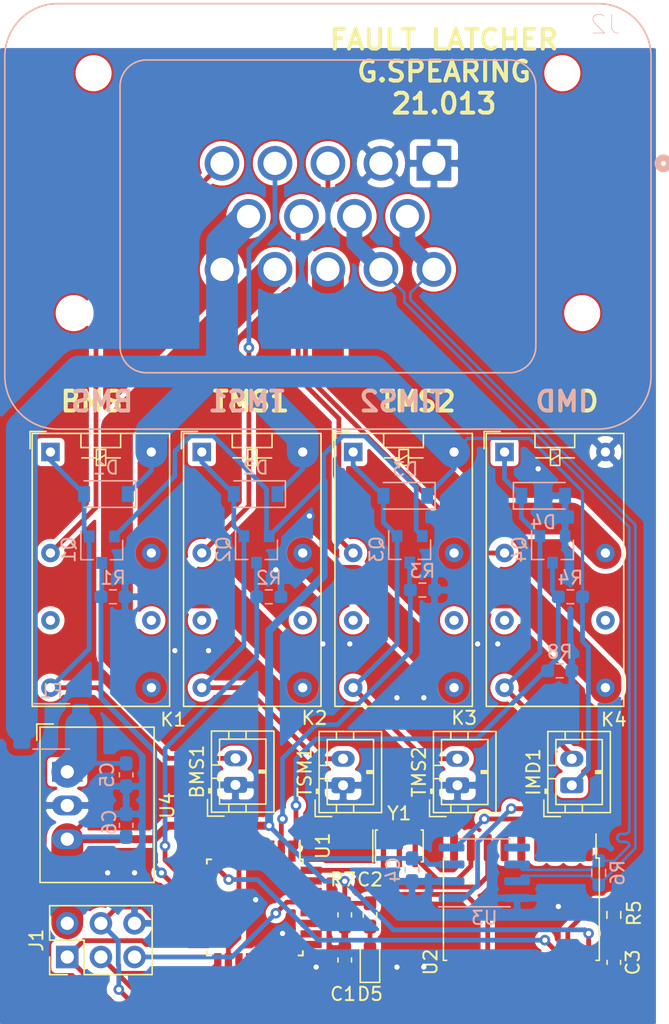
<source format=kicad_pcb>
(kicad_pcb (version 20171130) (host pcbnew 5.1.7-a382d34a8~88~ubuntu18.04.1)
  (layers (0 F.Cu signal) (31 B.Cu signal) (34 B.Paste user) (35 F.Paste user) (36 B.SilkS user) (37 F.SilkS user) (38 B.Mask user) (39 F.Mask user) (44 Edge.Cuts user))
  (net 0 "")
  (net 1 GND)
  (net 2 "Net-(C1-Pad1)")
  (net 3 +5V)
  (net 4 +12V)
  (net 5 "Net-(D2-Pad2)")
  (net 6 "Net-(D3-Pad2)")
  (net 7 "Net-(D4-Pad1)")
  (net 8 /RESET)
  (net 9 /MOSI)
  (net 10 /SCK)
  (net 11 /MISO)
  (net 12 /IMD_FAULT)
  (net 13 /TMS1_FAULT)
  (net 14 /BMS_FAULT)
  (net 15 /LOOP_OUT)
  (net 16 /LOOP_IN)
  (net 17 "Net-(K1-Pad13)")
  (net 18 "Net-(K2-Pad13)")
  (net 19 "Net-(K3-Pad13)")
  (net 20 /BMS_IND)
  (net 21 /TMS1_IND)
  (net 22 /TMS2_IND)
  (net 23 /IMD_IND)
  (net 24 "Net-(R5-Pad2)")
  (net 25 /CAN_INT)
  (net 26 /CAN_CS)
  (net 27 "Net-(U2-Pad8)")
  (net 28 "Net-(U2-Pad7)")
  (net 29 /RXCAN)
  (net 30 /TXCAN)
  (net 31 /TMS2_FAULT)
  (net 32 "Net-(C5-Pad1)")
  (net 33 "Net-(D5-Pad2)")
  (net 34 /CAN+)
  (net 35 /CAN-)
  (net 36 "Net-(BMS1-Pad2)")
  (module Resistor_SMD:R_0603_1608Metric_Pad0.98x0.95mm_HandSolder (layer B.Cu) (at 164.1875 119.38 180)
    (fp_text reference R8 (at 0 1.43) (layer B.SilkS) (effects (justify mirror)))
    (fp_text value 4.7k)
    (pad 2 smd roundrect (at 0.9125 0 180) (size 0.975 0.95) (layers B.Cu B.Paste B.Mask) (net 23 /IMD_IND))
    (pad 1 smd roundrect (at -0.9125 0 180) (size 0.975 0.95) (layers B.Cu B.Paste B.Mask) (net 1 GND))
  )
  (module AERO_CUSTOM:TE_1-776262-1_14pin_Vertical (layer B.Cu) (at 146.685 85.09 180)
    (fp_text reference J2 (at -20.955 14.478) (layer B.SilkS) (effects (font (size 1.40128 1.40128) (thickness 0.05)) (justify mirror)))
    (fp_text value Conn_01x14 hide)
    (pad Hole np_thru_hole circle (at 19.2 -7.3 180) (size 2 2) (drill 2) (layers *.Cu *.Mask B.SilkS))
    (pad Hole np_thru_hole circle (at -19.2 -7.3 180) (size 2 2) (drill 2) (layers *.Cu *.Mask B.SilkS))
    (pad Hole np_thru_hole circle (at 17.7 10.8 180) (size 2 2) (drill 2) (layers *.Cu *.Mask B.SilkS))
    (pad Hole np_thru_hole circle (at -17.7 10.8 180) (size 2 2) (drill 2) (layers *.Cu *.Mask B.SilkS))
    (pad 14 thru_hole circle (at 8 -4 180) (size 2.625 2.625) (drill 1.75) (layers *.Cu *.Mask) (net 4 +12V))
    (pad 13 thru_hole circle (at 4 -4 180) (size 2.625 2.625) (drill 1.75) (layers *.Cu *.Mask) (net 16 /LOOP_IN))
    (pad 12 thru_hole circle (at 0 -4 180) (size 2.625 2.625) (drill 1.75) (layers *.Cu *.Mask) (net 15 /LOOP_OUT))
    (pad 11 thru_hole circle (at -4 -4 180) (size 2.625 2.625) (drill 1.75) (layers *.Cu *.Mask) (net 35 /CAN-))
    (pad 10 thru_hole circle (at -8 -4 180) (size 2.625 2.625) (drill 1.75) (layers *.Cu *.Mask) (net 34 /CAN+))
    (pad 9 thru_hole circle (at 6 0 180) (size 2.625 2.625) (drill 1.75) (layers *.Cu *.Mask) (net 4 +12V))
    (pad 8 thru_hole circle (at 2 0 180) (size 2.625 2.625) (drill 1.75) (layers *.Cu *.Mask) (net 31 /TMS2_FAULT))
    (pad 7 thru_hole circle (at -2 0 180) (size 2.625 2.625) (drill 1.75) (layers *.Cu *.Mask) (net 35 /CAN-))
    (pad 6 thru_hole circle (at -6 0 180) (size 2.625 2.625) (drill 1.75) (layers *.Cu *.Mask) (net 34 /CAN+))
    (pad 5 thru_hole circle (at 8 4 180) (size 2.625 2.625) (drill 1.75) (layers *.Cu *.Mask) (net 14 /BMS_FAULT))
    (pad 4 thru_hole circle (at 4 4 180) (size 2.625 2.625) (drill 1.75) (layers *.Cu *.Mask) (net 13 /TMS1_FAULT))
    (pad 3 thru_hole circle (at 0 4 180) (size 2.625 2.625) (drill 1.75) (layers *.Cu *.Mask) (net 12 /IMD_FAULT))
    (pad 2 thru_hole circle (at -4 4 180) (size 2.625 2.625) (drill 1.75) (layers *.Cu *.Mask) (net 1 GND))
    (pad 1 thru_hole rect (at -8 4 180) (size 2.625 2.625) (drill 1.75) (layers *.Cu *.Mask) (net 1 GND))
  )
  (module Relay_THT:Relay_DPDT_Omron_G5V-2 (layer F.Cu) (at 160.02 102.87)
    (fp_text reference K4 (at 8.255 20.193) (layer F.SilkS))
    (fp_text value G5V-2)
    (pad 13 thru_hole circle (at 7.62 7.62) (size 1.4 1.4) (drill 0.7) (layers *.Cu *.Mask) (net 15 /LOOP_OUT))
    (pad 9 thru_hole circle (at 7.62 17.78) (size 1.4 1.4) (drill 0.7) (layers *.Cu *.Mask) (net 19 "Net-(K3-Pad13)"))
    (pad 11 thru_hole circle (at 7.62 12.7) (size 1.4 1.4) (drill 0.7) (layers *.Cu *.Mask))
    (pad 4 thru_hole circle (at 0 7.62) (size 1.4 1.4) (drill 0.7) (layers *.Cu *.Mask) (net 12 /IMD_FAULT))
    (pad 8 thru_hole circle (at 0 17.78) (size 1.4 1.4) (drill 0.7) (layers *.Cu *.Mask) (net 7 "Net-(D4-Pad1)"))
    (pad 6 thru_hole circle (at 0 12.7) (size 1.4 1.4) (drill 0.7) (layers *.Cu *.Mask))
    (pad 16 thru_hole circle (at 7.62 0) (size 1.4 1.4) (drill 0.7) (layers *.Cu *.Mask) (net 1 GND))
    (pad 1 thru_hole rect (at 0 0) (size 1.4 1.4) (drill 0.7) (layers *.Cu *.Mask) (net 7 "Net-(D4-Pad1)"))
  )
  (module Fuse:Fuse_0603_1608Metric_Pad1.05x0.95mm_HandSolder (layer F.Cu) (at 149.86 137.795 90)
    (fp_text reference R7 (at 2.667 -2.032 180) (layer F.SilkS))
    (fp_text value 330)
    (pad 2 smd roundrect (at 0.875 0 90) (size 1.05 0.95) (layers F.Cu F.Paste F.Mask) (net 3 +5V))
    (pad 1 smd roundrect (at -0.875 0 90) (size 1.05 0.95) (layers F.Cu F.Paste F.Mask) (net 33 "Net-(D5-Pad2)"))
  )
  (module Fuse:Fuse_1812_4532Metric_Pad1.30x3.40mm_HandSolder (layer B.Cu) (at 125.796 123.571 180)
    (fp_text reference F1 (at 0 2.65) (layer B.SilkS) (effects (justify mirror)))
    (fp_text value Polyfuse)
    (pad 2 smd roundrect (at 2.225 0 180) (size 1.3 3.4) (layers B.Cu B.Paste B.Mask) (roundrect_rratio 0.192308) (net 4 +12V))
    (pad 1 smd roundrect (at -2.225 0 180) (size 1.3 3.4) (layers B.Cu B.Paste B.Mask) (roundrect_rratio 0.192308) (net 32 "Net-(C5-Pad1)"))
  )
  (module LED_SMD:LED_0603_1608Metric_Pad1.05x0.95mm_HandSolder (layer F.Cu) (at 149.86 141.224 90)
    (fp_text reference D5 (at -2.54 0 180) (layer F.SilkS))
    (fp_text value LED)
    (pad 2 smd roundrect (at 0.875 0 90) (size 1.05 0.95) (layers F.Cu F.Paste F.Mask) (net 33 "Net-(D5-Pad2)"))
    (pad 1 smd roundrect (at -0.875 0 90) (size 1.05 0.95) (layers F.Cu F.Paste F.Mask) (net 1 GND))
  )
  (module Diode_SMD:D_SOD-123 (layer B.Cu) (at 162.942 106.172)
    (fp_text reference D4 (at 0 2) (layer B.SilkS) (effects (justify mirror)))
    (fp_text value 1N4148)
    (pad 2 smd rect (at 1.65 0) (size 0.9 1.2) (layers B.Cu B.Paste B.Mask) (net 1 GND))
    (pad 1 smd rect (at -1.65 0) (size 0.9 1.2) (layers B.Cu B.Paste B.Mask) (net 7 "Net-(D4-Pad1)"))
  )
  (module Diode_SMD:D_SOD-123 (layer B.Cu) (at 152.526 106.172 180)
    (fp_text reference D3 (at 0 2) (layer B.SilkS) (effects (justify mirror)))
    (fp_text value 1N4148)
    (pad 2 smd rect (at 1.65 0 180) (size 0.9 1.2) (layers B.Cu B.Paste B.Mask) (net 6 "Net-(D3-Pad2)"))
    (pad 1 smd rect (at -1.65 0 180) (size 0.9 1.2) (layers B.Cu B.Paste B.Mask) (net 4 +12V))
  )
  (module Diode_SMD:D_SOD-123 (layer B.Cu) (at 141.225 106.045 180)
    (fp_text reference D2 (at 0 2) (layer B.SilkS) (effects (justify mirror)))
    (fp_text value 1N4148)
    (pad 2 smd rect (at 1.65 0 180) (size 0.9 1.2) (layers B.Cu B.Paste B.Mask) (net 5 "Net-(D2-Pad2)"))
    (pad 1 smd rect (at -1.65 0 180) (size 0.9 1.2) (layers B.Cu B.Paste B.Mask) (net 4 +12V))
  )
  (module Diode_SMD:D_SOD-123 (layer B.Cu) (at 129.92 106.045 180)
    (fp_text reference D1 (at 0 2) (layer B.SilkS) (effects (justify mirror)))
    (fp_text value 1N4148)
    (pad 2 smd rect (at 1.65 0 180) (size 0.9 1.2) (layers B.Cu B.Paste B.Mask) (net 36 "Net-(BMS1-Pad2)"))
    (pad 1 smd rect (at -1.65 0 180) (size 0.9 1.2) (layers B.Cu B.Paste B.Mask) (net 4 +12V))
  )
  (module AERO_CUSTOM:Resonator_SMD_muRata_CSTxExxV-3Pin_3.0x1.1mm_HandSoldering (layer F.Cu) (at 152.076 132.588)
    (fp_text reference Y1 (at 0 -2.45 180) (layer F.SilkS))
    (fp_text value 16MHz)
    (pad 3 smd rect (at 1.2 0) (size 0.4 3.2) (layers F.Cu F.Paste F.Mask) (net 27 "Net-(U2-Pad8)"))
    (pad 2 smd rect (at 0 0) (size 0.4 3.2) (layers F.Cu F.Paste F.Mask) (net 1 GND))
    (pad 1 smd rect (at -1.2 0) (size 0.4 3.2) (layers F.Cu F.Paste F.Mask) (net 28 "Net-(U2-Pad7)"))
  )
  (module Converter_DCDC:Converter_DCDC_RECOM_R-78E-0.5_THT (layer F.Cu) (at 127 127 270)
    (fp_text reference U4 (at 2.54 -7.56 90) (layer F.SilkS))
    (fp_text value R-785.0-1.0)
    (pad 3 thru_hole oval (at 5.08 0 270) (size 1.5 2.3) (drill 1) (layers *.Cu *.Mask) (net 3 +5V))
    (pad 2 thru_hole oval (at 2.54 0 270) (size 1.5 2.3) (drill 1) (layers *.Cu *.Mask) (net 1 GND))
    (pad 1 thru_hole rect (at 0 0 270) (size 1.5 2.3) (drill 1) (layers *.Cu *.Mask) (net 32 "Net-(C5-Pad1)"))
  )
  (module Package_SO:SOIC-8_3.9x4.9mm_P1.27mm (layer B.Cu) (at 158.496 134.62)
    (fp_text reference U3 (at 0 3.4) (layer B.SilkS) (effects (justify mirror)))
    (fp_text value MCP2551-I-SN)
    (pad 8 smd roundrect (at 2.475 1.905) (size 1.95 0.6) (layers B.Cu B.Paste B.Mask) (net 1 GND))
    (pad 7 smd roundrect (at 2.475 0.635) (size 1.95 0.6) (layers B.Cu B.Paste B.Mask) (net 34 /CAN+))
    (pad 6 smd roundrect (at 2.475 -0.635) (size 1.95 0.6) (layers B.Cu B.Paste B.Mask) (net 35 /CAN-))
    (pad 5 smd roundrect (at 2.475 -1.905) (size 1.95 0.6) (layers B.Cu B.Paste B.Mask))
    (pad 4 smd roundrect (at -2.475 -1.905) (size 1.95 0.6) (layers B.Cu B.Paste B.Mask) (net 29 /RXCAN))
    (pad 3 smd roundrect (at -2.475 -0.635) (size 1.95 0.6) (layers B.Cu B.Paste B.Mask) (net 3 +5V))
    (pad 2 smd roundrect (at -2.475 0.635) (size 1.95 0.6) (layers B.Cu B.Paste B.Mask) (net 1 GND))
    (pad 1 smd roundrect (at -2.475 1.905) (size 1.95 0.6) (layers B.Cu B.Paste B.Mask) (net 30 /TXCAN))
  )
  (module Package_SO:SOIC-18W_7.5x11.6mm_P1.27mm (layer F.Cu) (at 161.29 137.365 270)
    (fp_text reference U2 (at 3.986 6.858 90) (layer F.SilkS))
    (fp_text value MCP2515-xSO)
    (pad 18 smd roundrect (at 4.65 -5.08 270) (size 2.05 0.6) (layers F.Cu F.Paste F.Mask) (net 3 +5V))
    (pad 17 smd roundrect (at 4.65 -3.81 270) (size 2.05 0.6) (layers F.Cu F.Paste F.Mask) (net 24 "Net-(R5-Pad2)"))
    (pad 16 smd roundrect (at 4.65 -2.54 270) (size 2.05 0.6) (layers F.Cu F.Paste F.Mask) (net 26 /CAN_CS))
    (pad 15 smd roundrect (at 4.65 -1.27 270) (size 2.05 0.6) (layers F.Cu F.Paste F.Mask) (net 11 /MISO))
    (pad 14 smd roundrect (at 4.65 0 270) (size 2.05 0.6) (layers F.Cu F.Paste F.Mask) (net 9 /MOSI))
    (pad 13 smd roundrect (at 4.65 1.27 270) (size 2.05 0.6) (layers F.Cu F.Paste F.Mask) (net 10 /SCK))
    (pad 12 smd roundrect (at 4.65 2.54 270) (size 2.05 0.6) (layers F.Cu F.Paste F.Mask) (net 25 /CAN_INT))
    (pad 11 smd roundrect (at 4.65 3.81 270) (size 2.05 0.6) (layers F.Cu F.Paste F.Mask))
    (pad 10 smd roundrect (at 4.65 5.08 270) (size 2.05 0.6) (layers F.Cu F.Paste F.Mask))
    (pad 9 smd roundrect (at -4.65 5.08 270) (size 2.05 0.6) (layers F.Cu F.Paste F.Mask) (net 1 GND))
    (pad 8 smd roundrect (at -4.65 3.81 270) (size 2.05 0.6) (layers F.Cu F.Paste F.Mask) (net 27 "Net-(U2-Pad8)"))
    (pad 7 smd roundrect (at -4.65 2.54 270) (size 2.05 0.6) (layers F.Cu F.Paste F.Mask) (net 28 "Net-(U2-Pad7)"))
    (pad 6 smd roundrect (at -4.65 1.27 270) (size 2.05 0.6) (layers F.Cu F.Paste F.Mask))
    (pad 5 smd roundrect (at -4.65 0 270) (size 2.05 0.6) (layers F.Cu F.Paste F.Mask))
    (pad 4 smd roundrect (at -4.65 -1.27 270) (size 2.05 0.6) (layers F.Cu F.Paste F.Mask))
    (pad 3 smd roundrect (at -4.65 -2.54 270) (size 2.05 0.6) (layers F.Cu F.Paste F.Mask))
    (pad 2 smd roundrect (at -4.65 -3.81 270) (size 2.05 0.6) (layers F.Cu F.Paste F.Mask) (net 29 /RXCAN))
    (pad 1 smd roundrect (at -4.65 -5.08 270) (size 2.05 0.6) (layers F.Cu F.Paste F.Mask) (net 30 /TXCAN))
  )
  (module Package_QFP:TQFP-32_7x7mm_P0.8mm (layer F.Cu) (at 141.165 137.23 270)
    (fp_text reference U1 (at -4.642 -5.139 90) (layer F.SilkS))
    (fp_text value ATmega328P-AU)
    (pad 32 smd rect (at -2.8 -4.25) (size 1.6 0.55) (layers F.Cu F.Paste F.Mask) (net 25 /CAN_INT))
    (pad 31 smd rect (at -2 -4.25) (size 1.6 0.55) (layers F.Cu F.Paste F.Mask))
    (pad 30 smd rect (at -1.2 -4.25) (size 1.6 0.55) (layers F.Cu F.Paste F.Mask))
    (pad 29 smd rect (at -0.4 -4.25) (size 1.6 0.55) (layers F.Cu F.Paste F.Mask) (net 8 /RESET))
    (pad 28 smd rect (at 0.4 -4.25) (size 1.6 0.55) (layers F.Cu F.Paste F.Mask))
    (pad 27 smd rect (at 1.2 -4.25) (size 1.6 0.55) (layers F.Cu F.Paste F.Mask))
    (pad 26 smd rect (at 2 -4.25) (size 1.6 0.55) (layers F.Cu F.Paste F.Mask))
    (pad 25 smd rect (at 2.8 -4.25) (size 1.6 0.55) (layers F.Cu F.Paste F.Mask))
    (pad 24 smd rect (at 4.25 -2.8 270) (size 1.6 0.55) (layers F.Cu F.Paste F.Mask))
    (pad 23 smd rect (at 4.25 -2 270) (size 1.6 0.55) (layers F.Cu F.Paste F.Mask))
    (pad 22 smd rect (at 4.25 -1.2 270) (size 1.6 0.55) (layers F.Cu F.Paste F.Mask))
    (pad 21 smd rect (at 4.25 -0.4 270) (size 1.6 0.55) (layers F.Cu F.Paste F.Mask) (net 1 GND))
    (pad 20 smd rect (at 4.25 0.4 270) (size 1.6 0.55) (layers F.Cu F.Paste F.Mask) (net 2 "Net-(C1-Pad1)"))
    (pad 19 smd rect (at 4.25 1.2 270) (size 1.6 0.55) (layers F.Cu F.Paste F.Mask))
    (pad 18 smd rect (at 4.25 2 270) (size 1.6 0.55) (layers F.Cu F.Paste F.Mask) (net 3 +5V))
    (pad 17 smd rect (at 4.25 2.8 270) (size 1.6 0.55) (layers F.Cu F.Paste F.Mask) (net 10 /SCK))
    (pad 16 smd rect (at 2.8 4.25) (size 1.6 0.55) (layers F.Cu F.Paste F.Mask) (net 11 /MISO))
    (pad 15 smd rect (at 2 4.25) (size 1.6 0.55) (layers F.Cu F.Paste F.Mask) (net 9 /MOSI))
    (pad 14 smd rect (at 1.2 4.25) (size 1.6 0.55) (layers F.Cu F.Paste F.Mask))
    (pad 13 smd rect (at 0.4 4.25) (size 1.6 0.55) (layers F.Cu F.Paste F.Mask))
    (pad 12 smd rect (at -0.4 4.25) (size 1.6 0.55) (layers F.Cu F.Paste F.Mask))
    (pad 11 smd rect (at -1.2 4.25) (size 1.6 0.55) (layers F.Cu F.Paste F.Mask) (net 20 /BMS_IND))
    (pad 10 smd rect (at -2 4.25) (size 1.6 0.55) (layers F.Cu F.Paste F.Mask) (net 21 /TMS1_IND))
    (pad 9 smd rect (at -2.8 4.25) (size 1.6 0.55) (layers F.Cu F.Paste F.Mask) (net 26 /CAN_CS))
    (pad 8 smd rect (at -4.25 2.8 270) (size 1.6 0.55) (layers F.Cu F.Paste F.Mask))
    (pad 7 smd rect (at -4.25 2 270) (size 1.6 0.55) (layers F.Cu F.Paste F.Mask))
    (pad 6 smd rect (at -4.25 1.2 270) (size 1.6 0.55) (layers F.Cu F.Paste F.Mask) (net 3 +5V))
    (pad 5 smd rect (at -4.25 0.4 270) (size 1.6 0.55) (layers F.Cu F.Paste F.Mask) (net 1 GND))
    (pad 4 smd rect (at -4.25 -0.4 270) (size 1.6 0.55) (layers F.Cu F.Paste F.Mask) (net 3 +5V))
    (pad 3 smd rect (at -4.25 -1.2 270) (size 1.6 0.55) (layers F.Cu F.Paste F.Mask) (net 1 GND))
    (pad 2 smd rect (at -4.25 -2 270) (size 1.6 0.55) (layers F.Cu F.Paste F.Mask) (net 22 /TMS2_IND))
    (pad 1 smd rect (at -4.25 -2.8 270) (size 1.6 0.55) (layers F.Cu F.Paste F.Mask) (net 23 /IMD_IND))
  )
  (module Connector_JST:JST_PH_B2B-PH-K_1x02_P2.00mm_Vertical (layer F.Cu) (at 165.1 128.016 90)
    (fp_text reference IMD1 (at 1 -2.9 90) (layer F.SilkS))
    (fp_text value SW_Push)
    (pad 2 thru_hole oval (at 2 0 90) (size 1.2 1.75) (drill 0.75) (layers *.Cu *.Mask) (net 7 "Net-(D4-Pad1)"))
    (pad 1 thru_hole roundrect (at 0 0 90) (size 1.2 1.75) (drill 0.75) (layers *.Cu *.Mask) (roundrect_rratio 0.208333) (net 4 +12V))
  )
  (module Connector_JST:JST_PH_B2B-PH-K_1x02_P2.00mm_Vertical (layer F.Cu) (at 156.464 128.016 90)
    (fp_text reference TMS2 (at 1 -2.9 90) (layer F.SilkS))
    (fp_text value SW_Push)
    (pad 2 thru_hole oval (at 2 0 90) (size 1.2 1.75) (drill 0.75) (layers *.Cu *.Mask) (net 6 "Net-(D3-Pad2)"))
    (pad 1 thru_hole roundrect (at 0 0 90) (size 1.2 1.75) (drill 0.75) (layers *.Cu *.Mask) (roundrect_rratio 0.208333) (net 1 GND))
  )
  (module Connector_JST:JST_PH_B2B-PH-K_1x02_P2.00mm_Vertical (layer F.Cu) (at 147.828 128.016 90)
    (fp_text reference TSM1 (at 1 -2.9 90) (layer F.SilkS))
    (fp_text value SW_Push)
    (pad 2 thru_hole oval (at 2 0 90) (size 1.2 1.75) (drill 0.75) (layers *.Cu *.Mask) (net 5 "Net-(D2-Pad2)"))
    (pad 1 thru_hole roundrect (at 0 0 90) (size 1.2 1.75) (drill 0.75) (layers *.Cu *.Mask) (roundrect_rratio 0.208333) (net 1 GND))
  )
  (module Connector_JST:JST_PH_B2B-PH-K_1x02_P2.00mm_Vertical (layer F.Cu) (at 139.7 127.984 90)
    (fp_text reference BMS1 (at 1 -2.9 90) (layer F.SilkS))
    (fp_text value SW_Push)
    (pad 2 thru_hole oval (at 2 0 90) (size 1.2 1.75) (drill 0.75) (layers *.Cu *.Mask) (net 36 "Net-(BMS1-Pad2)"))
    (pad 1 thru_hole roundrect (at 0 0 90) (size 1.2 1.75) (drill 0.75) (layers *.Cu *.Mask) (roundrect_rratio 0.208333) (net 1 GND))
  )
  (module Resistor_SMD:R_0603_1608Metric_Pad0.98x0.95mm_HandSolder (layer B.Cu) (at 167.132 134.62 90)
    (fp_text reference R6 (at 0 1.43 270) (layer B.SilkS) (effects (justify mirror)))
    (fp_text value 120)
    (pad 2 smd roundrect (at 0.9125 0 90) (size 0.975 0.95) (layers B.Cu B.Paste B.Mask) (net 35 /CAN-))
    (pad 1 smd roundrect (at -0.9125 0 90) (size 0.975 0.95) (layers B.Cu B.Paste B.Mask) (net 34 /CAN+))
  )
  (module Resistor_SMD:R_0603_1608Metric_Pad0.98x0.95mm_HandSolder (layer F.Cu) (at 168.275 137.795 90)
    (fp_text reference R5 (at 0.127 1.524 90) (layer F.SilkS))
    (fp_text value 10K)
    (pad 2 smd roundrect (at 0.9125 0 90) (size 0.975 0.95) (layers F.Cu F.Paste F.Mask) (net 24 "Net-(R5-Pad2)"))
    (pad 1 smd roundrect (at -0.9125 0 90) (size 0.975 0.95) (layers F.Cu F.Paste F.Mask) (net 3 +5V))
  )
  (module Resistor_SMD:R_0603_1608Metric_Pad0.98x0.95mm_HandSolder (layer B.Cu) (at 164.9965 113.792 180)
    (fp_text reference R4 (at 0 1.43) (layer B.SilkS) (effects (justify mirror)))
    (fp_text value 10k)
    (pad 2 smd roundrect (at 0.9125 0 180) (size 0.975 0.95) (layers B.Cu B.Paste B.Mask) (net 23 /IMD_IND))
    (pad 1 smd roundrect (at -0.9125 0 180) (size 0.975 0.95) (layers B.Cu B.Paste B.Mask) (net 4 +12V))
  )
  (module Resistor_SMD:R_0603_1608Metric_Pad0.98x0.95mm_HandSolder (layer B.Cu) (at 153.8205 113.284 180)
    (fp_text reference R3 (at 0 1.43) (layer B.SilkS) (effects (justify mirror)))
    (fp_text value 10k)
    (pad 2 smd roundrect (at 0.9125 0 180) (size 0.975 0.95) (layers B.Cu B.Paste B.Mask) (net 22 /TMS2_IND))
    (pad 1 smd roundrect (at -0.9125 0 180) (size 0.975 0.95) (layers B.Cu B.Paste B.Mask) (net 1 GND))
  )
  (module Resistor_SMD:R_0603_1608Metric_Pad0.98x0.95mm_HandSolder (layer B.Cu) (at 142.2165 113.792 180)
    (fp_text reference R2 (at 0 1.43 180) (layer B.SilkS) (effects (justify mirror)))
    (fp_text value 10k)
    (pad 2 smd roundrect (at 0.9125 0 180) (size 0.975 0.95) (layers B.Cu B.Paste B.Mask) (net 21 /TMS1_IND))
    (pad 1 smd roundrect (at -0.9125 0 180) (size 0.975 0.95) (layers B.Cu B.Paste B.Mask) (net 1 GND))
  )
  (module Resistor_SMD:R_0603_1608Metric_Pad0.98x0.95mm_HandSolder (layer B.Cu) (at 130.4525 113.792 180)
    (fp_text reference R1 (at 0 1.43 180) (layer B.SilkS) (effects (justify mirror)))
    (fp_text value 10k)
    (pad 2 smd roundrect (at 0.9125 0 180) (size 0.975 0.95) (layers B.Cu B.Paste B.Mask) (net 20 /BMS_IND))
    (pad 1 smd roundrect (at -0.9125 0 180) (size 0.975 0.95) (layers B.Cu B.Paste B.Mask) (net 1 GND))
  )
  (module Package_TO_SOT_SMD:SOT-23 (layer B.Cu) (at 163.642 110.22 270)
    (fp_text reference Q4 (at 0 2.5 90) (layer B.SilkS) (effects (justify mirror)))
    (fp_text value 2N7002)
    (pad 3 smd rect (at 1 0 270) (size 0.9 0.8) (layers B.Cu B.Paste B.Mask) (net 23 /IMD_IND))
    (pad 2 smd rect (at -1 -0.95 270) (size 0.9 0.8) (layers B.Cu B.Paste B.Mask) (net 1 GND))
    (pad 1 smd rect (at -1 0.95 270) (size 0.9 0.8) (layers B.Cu B.Paste B.Mask) (net 7 "Net-(D4-Pad1)"))
  )
  (module Package_TO_SOT_SMD:SOT-23 (layer B.Cu) (at 152.8572 110.2106 270)
    (fp_text reference Q3 (at 0 2.5 90) (layer B.SilkS) (effects (justify mirror)))
    (fp_text value BSS84)
    (pad 3 smd rect (at 1 0 270) (size 0.9 0.8) (layers B.Cu B.Paste B.Mask) (net 22 /TMS2_IND))
    (pad 2 smd rect (at -1 -0.95 270) (size 0.9 0.8) (layers B.Cu B.Paste B.Mask) (net 3 +5V))
    (pad 1 smd rect (at -1 0.95 270) (size 0.9 0.8) (layers B.Cu B.Paste B.Mask) (net 6 "Net-(D3-Pad2)"))
  )
  (module Package_TO_SOT_SMD:SOT-23 (layer B.Cu) (at 141.29 110.22 270)
    (fp_text reference Q2 (at 0 2.5 270) (layer B.SilkS) (effects (justify mirror)))
    (fp_text value BSS84)
    (pad 3 smd rect (at 1 0 270) (size 0.9 0.8) (layers B.Cu B.Paste B.Mask) (net 21 /TMS1_IND))
    (pad 2 smd rect (at -1 -0.95 270) (size 0.9 0.8) (layers B.Cu B.Paste B.Mask) (net 3 +5V))
    (pad 1 smd rect (at -1 0.95 270) (size 0.9 0.8) (layers B.Cu B.Paste B.Mask) (net 5 "Net-(D2-Pad2)"))
  )
  (module Package_TO_SOT_SMD:SOT-23 (layer B.Cu) (at 129.606 110.236 270)
    (fp_text reference Q1 (at 0 2.5 90) (layer B.SilkS) (effects (justify mirror)))
    (fp_text value BSS84)
    (pad 3 smd rect (at 1 0 270) (size 0.9 0.8) (layers B.Cu B.Paste B.Mask) (net 20 /BMS_IND))
    (pad 2 smd rect (at -1 -0.95 270) (size 0.9 0.8) (layers B.Cu B.Paste B.Mask) (net 3 +5V))
    (pad 1 smd rect (at -1 0.95 270) (size 0.9 0.8) (layers B.Cu B.Paste B.Mask) (net 36 "Net-(BMS1-Pad2)"))
  )
  (module Relay_THT:Relay_DPDT_Omron_G5V-2 (layer F.Cu) (at 148.59 102.87)
    (fp_text reference K3 (at 8.382 20.066) (layer F.SilkS))
    (fp_text value G5V-2)
    (pad 13 thru_hole circle (at 7.62 7.62) (size 1.4 1.4) (drill 0.7) (layers *.Cu *.Mask) (net 19 "Net-(K3-Pad13)"))
    (pad 9 thru_hole circle (at 7.62 17.78) (size 1.4 1.4) (drill 0.7) (layers *.Cu *.Mask) (net 18 "Net-(K2-Pad13)"))
    (pad 11 thru_hole circle (at 7.62 12.7) (size 1.4 1.4) (drill 0.7) (layers *.Cu *.Mask))
    (pad 4 thru_hole circle (at 0 7.62) (size 1.4 1.4) (drill 0.7) (layers *.Cu *.Mask) (net 31 /TMS2_FAULT))
    (pad 8 thru_hole circle (at 0 17.78) (size 1.4 1.4) (drill 0.7) (layers *.Cu *.Mask) (net 6 "Net-(D3-Pad2)"))
    (pad 6 thru_hole circle (at 0 12.7) (size 1.4 1.4) (drill 0.7) (layers *.Cu *.Mask))
    (pad 16 thru_hole circle (at 7.62 0) (size 1.4 1.4) (drill 0.7) (layers *.Cu *.Mask) (net 4 +12V))
    (pad 1 thru_hole rect (at 0 0) (size 1.4 1.4) (drill 0.7) (layers *.Cu *.Mask) (net 6 "Net-(D3-Pad2)"))
  )
  (module Relay_THT:Relay_DPDT_Omron_G5V-2 (layer F.Cu) (at 137.16 102.87)
    (fp_text reference K2 (at 8.509 20.066) (layer F.SilkS))
    (fp_text value G5V-2)
    (pad 13 thru_hole circle (at 7.62 7.62) (size 1.4 1.4) (drill 0.7) (layers *.Cu *.Mask) (net 18 "Net-(K2-Pad13)"))
    (pad 9 thru_hole circle (at 7.62 17.78) (size 1.4 1.4) (drill 0.7) (layers *.Cu *.Mask) (net 17 "Net-(K1-Pad13)"))
    (pad 11 thru_hole circle (at 7.62 12.7) (size 1.4 1.4) (drill 0.7) (layers *.Cu *.Mask))
    (pad 4 thru_hole circle (at 0 7.62) (size 1.4 1.4) (drill 0.7) (layers *.Cu *.Mask) (net 13 /TMS1_FAULT))
    (pad 8 thru_hole circle (at 0 17.78) (size 1.4 1.4) (drill 0.7) (layers *.Cu *.Mask) (net 5 "Net-(D2-Pad2)"))
    (pad 6 thru_hole circle (at 0 12.7) (size 1.4 1.4) (drill 0.7) (layers *.Cu *.Mask))
    (pad 16 thru_hole circle (at 7.62 0) (size 1.4 1.4) (drill 0.7) (layers *.Cu *.Mask) (net 4 +12V))
    (pad 1 thru_hole rect (at 0 0) (size 1.4 1.4) (drill 0.7) (layers *.Cu *.Mask) (net 5 "Net-(D2-Pad2)"))
  )
  (module Relay_THT:Relay_DPDT_Omron_G5V-2 (layer F.Cu) (at 125.73 102.87)
    (fp_text reference K1 (at 9.271 20.193) (layer F.SilkS))
    (fp_text value G5V-2)
    (pad 13 thru_hole circle (at 7.62 7.62) (size 1.4 1.4) (drill 0.7) (layers *.Cu *.Mask) (net 17 "Net-(K1-Pad13)"))
    (pad 9 thru_hole circle (at 7.62 17.78) (size 1.4 1.4) (drill 0.7) (layers *.Cu *.Mask) (net 16 /LOOP_IN))
    (pad 11 thru_hole circle (at 7.62 12.7) (size 1.4 1.4) (drill 0.7) (layers *.Cu *.Mask))
    (pad 4 thru_hole circle (at 0 7.62) (size 1.4 1.4) (drill 0.7) (layers *.Cu *.Mask) (net 14 /BMS_FAULT))
    (pad 8 thru_hole circle (at 0 17.78) (size 1.4 1.4) (drill 0.7) (layers *.Cu *.Mask) (net 36 "Net-(BMS1-Pad2)"))
    (pad 6 thru_hole circle (at 0 12.7) (size 1.4 1.4) (drill 0.7) (layers *.Cu *.Mask))
    (pad 16 thru_hole circle (at 7.62 0) (size 1.4 1.4) (drill 0.7) (layers *.Cu *.Mask) (net 4 +12V))
    (pad 1 thru_hole rect (at 0 0) (size 1.4 1.4) (drill 0.7) (layers *.Cu *.Mask) (net 36 "Net-(BMS1-Pad2)"))
  )
  (module Connector_PinHeader_2.54mm:PinHeader_2x03_P2.54mm_Vertical (layer F.Cu) (at 127 140.97 90)
    (fp_text reference J1 (at 1.27 -2.33 90) (layer F.SilkS))
    (fp_text value Conn_02x03_Odd_Even)
    (pad 6 thru_hole oval (at 2.54 5.08 90) (size 1.7 1.7) (drill 1) (layers *.Cu *.Mask) (net 1 GND))
    (pad 5 thru_hole oval (at 0 5.08 90) (size 1.7 1.7) (drill 1) (layers *.Cu *.Mask) (net 8 /RESET))
    (pad 4 thru_hole oval (at 2.54 2.54 90) (size 1.7 1.7) (drill 1) (layers *.Cu *.Mask) (net 9 /MOSI))
    (pad 3 thru_hole oval (at 0 2.54 90) (size 1.7 1.7) (drill 1) (layers *.Cu *.Mask) (net 10 /SCK))
    (pad 2 thru_hole oval (at 2.54 0 90) (size 1.7 1.7) (drill 1) (layers *.Cu *.Mask) (net 3 +5V))
    (pad 1 thru_hole rect (at 0 0 90) (size 1.7 1.7) (drill 1) (layers *.Cu *.Mask) (net 11 /MISO))
  )
  (module Capacitor_SMD:C_0603_1608Metric_Pad1.08x0.95mm_HandSolder (layer B.Cu) (at 131.445 131.0375 90)
    (fp_text reference C6 (at 0.2275 -1.27 90) (layer B.SilkS) (effects (justify mirror)))
    (fp_text value 10u)
    (pad 2 smd roundrect (at 0.8625 0 90) (size 1.075 0.95) (layers B.Cu B.Paste B.Mask) (net 1 GND))
    (pad 1 smd roundrect (at -0.8625 0 90) (size 1.075 0.95) (layers B.Cu B.Paste B.Mask) (net 3 +5V))
  )
  (module Capacitor_SMD:C_0603_1608Metric_Pad1.08x0.95mm_HandSolder (layer B.Cu) (at 131.445 127.2275 270)
    (fp_text reference C5 (at 0 1.43 90) (layer B.SilkS) (effects (justify mirror)))
    (fp_text value 1u)
    (pad 2 smd roundrect (at 0.8625 0 270) (size 1.075 0.95) (layers B.Cu B.Paste B.Mask) (net 1 GND))
    (pad 1 smd roundrect (at -0.8625 0 270) (size 1.075 0.95) (layers B.Cu B.Paste B.Mask) (net 32 "Net-(C5-Pad1)"))
  )
  (module Capacitor_SMD:C_0603_1608Metric_Pad1.08x0.95mm_HandSolder (layer B.Cu) (at 153.035 134.3925 270)
    (fp_text reference C4 (at 0 1.43 90) (layer B.SilkS) (effects (justify mirror)))
    (fp_text value 0.1u)
    (pad 2 smd roundrect (at 0.8625 0 270) (size 1.075 0.95) (layers B.Cu B.Paste B.Mask) (net 1 GND))
    (pad 1 smd roundrect (at -0.8625 0 270) (size 1.075 0.95) (layers B.Cu B.Paste B.Mask) (net 3 +5V))
  )
  (module Capacitor_SMD:C_0603_1608Metric_Pad1.08x0.95mm_HandSolder (layer F.Cu) (at 168.275 141.3775 270)
    (fp_text reference C3 (at 0 -1.43 90) (layer F.SilkS))
    (fp_text value 0.1u)
    (pad 2 smd roundrect (at 0.8625 0 270) (size 1.075 0.95) (layers F.Cu F.Paste F.Mask) (net 1 GND))
    (pad 1 smd roundrect (at -0.8625 0 270) (size 1.075 0.95) (layers F.Cu F.Paste F.Mask) (net 3 +5V))
  )
  (module Capacitor_SMD:C_0603_1608Metric_Pad1.08x0.95mm_HandSolder (layer F.Cu) (at 147.955 137.795 270)
    (fp_text reference C2 (at -2.667 -1.905 180) (layer F.SilkS))
    (fp_text value 0.1U)
    (pad 2 smd roundrect (at 0.8625 0 270) (size 1.075 0.95) (layers F.Cu F.Paste F.Mask) (net 1 GND))
    (pad 1 smd roundrect (at -0.8625 0 270) (size 1.075 0.95) (layers F.Cu F.Paste F.Mask) (net 3 +5V))
  )
  (module Capacitor_SMD:C_0603_1608Metric_Pad1.08x0.95mm_HandSolder (layer F.Cu) (at 147.955 141.1975 90)
    (fp_text reference C1 (at -2.5665 -0.127 180) (layer F.SilkS))
    (fp_text value 0.1U)
    (pad 2 smd roundrect (at 0.8625 0 90) (size 1.075 0.95) (layers F.Cu F.Paste F.Mask) (net 1 GND))
    (pad 1 smd roundrect (at -0.8625 0 90) (size 1.075 0.95) (layers F.Cu F.Paste F.Mask) (net 2 "Net-(C1-Pad1)"))
  )
  (gr_text "IMD      TIMS2     TMS1     BMS" (at 146.812 99.06) (layer B.SilkS) (effects (font (size 1.5 1.5) (thickness 0.3)) (justify mirror)))
  (gr_text "BMS      TMS1      TMS2      IMD" (at 146.812 99.06) (layer F.SilkS) (effects (font (size 1.5 1.5) (thickness 0.3))))
  (gr_text "FAULT LATCHER\nG.SPEARING\n21.013" (at 155.448 74.168) (layer F.SilkS) (effects (font (size 1.5 1.5) (thickness 0.3))))
  (segment (start 140.765 134.14) (end 141.245 134.62) (width 0.36) (layer F.Cu) (net 1))
  (segment (start 140.765 132.98) (end 140.765 134.14) (width 0.36) (layer F.Cu) (net 1))
  (segment (start 141.245 134.62) (end 141.732 134.62) (width 0.36) (layer F.Cu) (net 1))
  (segment (start 142.365 133.987) (end 142.365 132.98) (width 0.36) (layer F.Cu) (net 1))
  (segment (start 141.732 134.62) (end 142.365 133.987) (width 0.36) (layer F.Cu) (net 1))
  (via (at 135.128 117.856) (size 0.8) (drill 0.4) (layers F.Cu B.Cu) (net 1))
  (via (at 137.668 117.856) (size 0.8) (drill 0.4) (layers F.Cu B.Cu) (net 1))
  (via (at 142.748 111.76) (size 0.8) (drill 0.4) (layers F.Cu B.Cu) (net 1))
  (via (at 145.288 107.696) (size 0.8) (drill 0.4) (layers F.Cu B.Cu) (net 1))
  (via (at 151.892 121.412) (size 0.8) (drill 0.4) (layers F.Cu B.Cu) (net 1))
  (via (at 153.924 121.412) (size 0.8) (drill 0.4) (layers F.Cu B.Cu) (net 1))
  (via (at 157.988 117.348) (size 0.8) (drill 0.4) (layers F.Cu B.Cu) (net 1))
  (via (at 159.512 117.348) (size 0.8) (drill 0.4) (layers F.Cu B.Cu) (net 1))
  (via (at 141.224 136.652) (size 0.8) (drill 0.4) (layers F.Cu B.Cu) (net 1))
  (via (at 145.796 141.732) (size 0.8) (drill 0.4) (layers F.Cu B.Cu) (net 1))
  (via (at 151.892 141.732) (size 0.8) (drill 0.4) (layers F.Cu B.Cu) (net 1))
  (via (at 153.924 141.732) (size 0.8) (drill 0.4) (layers F.Cu B.Cu) (net 1))
  (via (at 164.084 137.16) (size 0.8) (drill 0.4) (layers F.Cu B.Cu) (net 1))
  (via (at 143.256 139.192) (size 0.8) (drill 0.4) (layers F.Cu B.Cu) (net 1))
  (via (at 130.048 134.62) (size 0.8) (drill 0.4) (layers F.Cu B.Cu) (net 1))
  (via (at 132.08 134.62) (size 0.8) (drill 0.4) (layers F.Cu B.Cu) (net 1))
  (via (at 162.56 104.14) (size 0.8) (drill 0.4) (layers F.Cu B.Cu) (net 1))
  (via (at 146.304 117.348) (size 0.8) (drill 0.4) (layers F.Cu B.Cu) (net 1))
  (via (at 148.336 117.348) (size 0.8) (drill 0.4) (layers F.Cu B.Cu) (net 1))
  (segment (start 140.765 142.439002) (end 141.581998 143.256) (width 0.36) (layer F.Cu) (net 2))
  (segment (start 140.765 141.48) (end 140.765 142.439002) (width 0.36) (layer F.Cu) (net 2))
  (segment (start 146.759 143.256) (end 147.955 142.06) (width 0.36) (layer F.Cu) (net 2))
  (segment (start 141.581998 143.256) (end 146.759 143.256) (width 0.36) (layer F.Cu) (net 2))
  (segment (start 127.18 131.9) (end 127 132.08) (width 0.36) (layer B.Cu) (net 3))
  (segment (start 131.445 131.9) (end 127.18 131.9) (width 0.36) (layer B.Cu) (net 3))
  (segment (start 127 132.08) (end 128.016 131.064) (width 0.36) (layer F.Cu) (net 3))
  (segment (start 139.965 132.020998) (end 139.965 132.98) (width 0.36) (layer F.Cu) (net 3))
  (segment (start 139.008002 131.064) (end 139.965 132.020998) (width 0.36) (layer F.Cu) (net 3))
  (segment (start 141.565 132.020998) (end 141.565 132.98) (width 0.36) (layer F.Cu) (net 3))
  (segment (start 140.608002 131.064) (end 141.565 132.020998) (width 0.36) (layer F.Cu) (net 3))
  (segment (start 139.965 139.52) (end 139.965 132.98) (width 0.36) (layer F.Cu) (net 3))
  (segment (start 139.165 141.48) (end 139.165 140.32) (width 0.36) (layer F.Cu) (net 3))
  (segment (start 139.165 140.32) (end 139.965 139.52) (width 0.36) (layer F.Cu) (net 3))
  (segment (start 147.9675 136.92) (end 147.955 136.9325) (width 0.36) (layer F.Cu) (net 3))
  (segment (start 149.86 136.92) (end 147.9675 136.92) (width 0.36) (layer F.Cu) (net 3))
  (via (at 142.24 131.064) (size 0.8) (drill 0.4) (layers F.Cu B.Cu) (net 3))
  (segment (start 144.706 133.53) (end 153.035 133.53) (width 0.36) (layer B.Cu) (net 3))
  (segment (start 142.24 131.064) (end 144.706 133.53) (width 0.36) (layer B.Cu) (net 3))
  (segment (start 153.035 133.53) (end 153.85 133.53) (width 0.36) (layer B.Cu) (net 3))
  (segment (start 154.305 133.985) (end 156.021 133.985) (width 0.36) (layer B.Cu) (net 3))
  (segment (start 153.85 133.53) (end 154.305 133.985) (width 0.36) (layer B.Cu) (net 3))
  (segment (start 166.37 142.015) (end 166.37 140.97) (width 0.36) (layer F.Cu) (net 3))
  (segment (start 166.825 140.515) (end 168.275 140.515) (width 0.36) (layer F.Cu) (net 3))
  (segment (start 166.37 140.97) (end 166.825 140.515) (width 0.36) (layer F.Cu) (net 3))
  (segment (start 168.275 138.7075) (end 168.275 140.515) (width 0.36) (layer F.Cu) (net 3))
  (segment (start 130.556 109.236) (end 135.128 104.664) (width 0.36) (layer B.Cu) (net 3))
  (segment (start 135.128 102.817998) (end 136.289988 101.65601) (width 0.36) (layer B.Cu) (net 3))
  (segment (start 135.128 104.664) (end 135.128 102.817998) (width 0.36) (layer B.Cu) (net 3))
  (segment (start 142.044999 109.024999) (end 142.24 109.22) (width 0.36) (layer B.Cu) (net 3))
  (segment (start 142.044999 105.670997) (end 142.044999 109.024999) (width 0.36) (layer B.Cu) (net 3))
  (segment (start 136.289988 101.65601) (end 138.030012 101.65601) (width 0.36) (layer B.Cu) (net 3))
  (segment (start 138.030012 101.65601) (end 142.044999 105.670997) (width 0.36) (layer B.Cu) (net 3))
  (segment (start 146.360008 103.067992) (end 147.77199 101.65601) (width 0.36) (layer B.Cu) (net 3))
  (segment (start 142.24 109.22) (end 146.360008 105.099992) (width 0.36) (layer B.Cu) (net 3))
  (segment (start 146.360008 105.099992) (end 146.360008 103.067992) (width 0.36) (layer B.Cu) (net 3))
  (segment (start 153.345999 108.749399) (end 153.8072 109.2106) (width 0.36) (layer B.Cu) (net 3))
  (segment (start 153.345999 105.541997) (end 153.345999 108.749399) (width 0.36) (layer B.Cu) (net 3))
  (segment (start 147.77199 101.65601) (end 149.460012 101.65601) (width 0.36) (layer B.Cu) (net 3))
  (segment (start 149.460012 101.65601) (end 153.345999 105.541997) (width 0.36) (layer B.Cu) (net 3))
  (segment (start 142.24 131.064) (end 146.431 135.255) (width 0.36) (layer B.Cu) (net 3))
  (via (at 147.955 135.255) (size 0.8) (drill 0.4) (layers F.Cu B.Cu) (net 3))
  (segment (start 146.431 135.255) (end 147.955 135.255) (width 0.36) (layer B.Cu) (net 3))
  (segment (start 147.955 135.255) (end 147.955 136.9325) (width 0.36) (layer F.Cu) (net 3))
  (segment (start 147.955 135.255) (end 151.638 138.938) (width 0.36) (layer B.Cu) (net 3))
  (via (at 166.37 139.192) (size 0.8) (drill 0.4) (layers F.Cu B.Cu) (net 3))
  (segment (start 166.097999 138.919999) (end 166.37 139.192) (width 0.36) (layer B.Cu) (net 3))
  (segment (start 151.638 138.938) (end 151.656001 138.919999) (width 0.36) (layer B.Cu) (net 3))
  (segment (start 151.656001 138.919999) (end 166.097999 138.919999) (width 0.36) (layer B.Cu) (net 3))
  (segment (start 166.37 139.192) (end 166.37 142.015) (width 0.36) (layer F.Cu) (net 3))
  (segment (start 127 132.08) (end 127 138.43) (width 2.4) (layer F.Cu) (net 3))
  (segment (start 134.575998 131.064) (end 142.24 131.064) (width 0.6) (layer F.Cu) (net 3))
  (segment (start 127 132.08) (end 133.559998 132.08) (width 0.6) (layer F.Cu) (net 3))
  (segment (start 133.559998 132.08) (end 134.575998 131.064) (width 0.6) (layer F.Cu) (net 3))
  (segment (start 146.360008 112.21399) (end 146.360008 105.099992) (width 0.6) (layer B.Cu) (net 3))
  (segment (start 142.24 131.064) (end 142.24 116.333998) (width 0.6) (layer B.Cu) (net 3))
  (segment (start 142.24 116.333998) (end 146.360008 112.21399) (width 0.6) (layer B.Cu) (net 3))
  (segment (start 133.35 101.346) (end 133.35 102.87) (width 2.4) (layer B.Cu) (net 4))
  (segment (start 134.62 100.076) (end 133.35 101.346) (width 2.4) (layer B.Cu) (net 4))
  (segment (start 133.35 104.265) (end 131.57 106.045) (width 0.36) (layer B.Cu) (net 4))
  (segment (start 133.35 102.87) (end 133.35 104.265) (width 0.36) (layer B.Cu) (net 4))
  (segment (start 144.78 104.14) (end 142.875 106.045) (width 0.36) (layer B.Cu) (net 4))
  (segment (start 144.78 102.87) (end 144.78 104.14) (width 0.36) (layer B.Cu) (net 4))
  (segment (start 156.21 104.138) (end 154.176 106.172) (width 0.36) (layer B.Cu) (net 4))
  (segment (start 156.21 102.87) (end 156.21 104.138) (width 0.36) (layer B.Cu) (net 4))
  (segment (start 138.685 96.011) (end 134.62 100.076) (width 2.4) (layer B.Cu) (net 4))
  (segment (start 138.685 89.09) (end 138.685 96.011) (width 2.4) (layer B.Cu) (net 4))
  (segment (start 138.685 87.09) (end 140.685 85.09) (width 2.4) (layer B.Cu) (net 4))
  (segment (start 138.685 89.09) (end 138.685 87.09) (width 2.4) (layer B.Cu) (net 4))
  (segment (start 144.78 101.724002) (end 144.78 102.87) (width 2.4) (layer B.Cu) (net 4))
  (segment (start 138.685 96.011) (end 139.066998 96.011) (width 2.4) (layer B.Cu) (net 4))
  (segment (start 139.066998 96.011) (end 144.78 101.724002) (width 2.4) (layer B.Cu) (net 4))
  (segment (start 150.136001 96.796001) (end 156.21 102.87) (width 2.4) (layer B.Cu) (net 4))
  (segment (start 139.066998 96.011) (end 139.851999 96.796001) (width 2.4) (layer B.Cu) (net 4))
  (segment (start 139.851999 96.796001) (end 150.136001 96.796001) (width 2.4) (layer B.Cu) (net 4))
  (segment (start 123.571 101.108998) (end 123.571 123.571) (width 2.4) (layer B.Cu) (net 4))
  (segment (start 139.851999 96.796001) (end 127.883997 96.796001) (width 2.4) (layer B.Cu) (net 4))
  (segment (start 127.883997 96.796001) (end 123.571 101.108998) (width 2.4) (layer B.Cu) (net 4))
  (segment (start 166.35501 126.76099) (end 166.35501 117.58701) (width 0.36) (layer B.Cu) (net 4))
  (segment (start 165.909 117.141) (end 165.909 113.792) (width 0.36) (layer B.Cu) (net 4))
  (segment (start 166.35501 117.58701) (end 165.909 117.141) (width 0.36) (layer B.Cu) (net 4))
  (segment (start 157.235001 101.844999) (end 156.21 102.87) (width 0.25) (layer B.Cu) (net 4))
  (segment (start 161.900001 101.844999) (end 157.235001 101.844999) (width 0.25) (layer B.Cu) (net 4))
  (segment (start 165.909 113.792) (end 165.909 105.853998) (width 0.25) (layer B.Cu) (net 4))
  (segment (start 165.909 105.853998) (end 161.900001 101.844999) (width 0.25) (layer B.Cu) (net 4))
  (segment (start 165.1 128.016) (end 166.35501 126.76099) (width 0.36) (layer B.Cu) (net 4))
  (segment (start 137.16 103.63) (end 139.575 106.045) (width 0.36) (layer B.Cu) (net 5))
  (segment (start 137.16 102.87) (end 137.16 103.63) (width 0.36) (layer B.Cu) (net 5))
  (segment (start 139.575 108.455) (end 140.34 109.22) (width 0.36) (layer B.Cu) (net 5))
  (segment (start 139.575 106.045) (end 139.575 108.455) (width 0.36) (layer B.Cu) (net 5))
  (segment (start 140.34 117.47) (end 137.16 120.65) (width 0.36) (layer B.Cu) (net 5))
  (segment (start 140.34 109.22) (end 140.34 117.47) (width 0.36) (layer B.Cu) (net 5))
  (segment (start 147.828 126.016) (end 145.828 126.016) (width 0.36) (layer F.Cu) (net 5))
  (segment (start 140.462 120.65) (end 137.16 120.65) (width 0.36) (layer F.Cu) (net 5))
  (segment (start 145.828 126.016) (end 140.462 120.65) (width 0.36) (layer F.Cu) (net 5))
  (segment (start 148.59 103.886) (end 150.876 106.172) (width 0.36) (layer B.Cu) (net 6))
  (segment (start 148.59 102.87) (end 148.59 103.886) (width 0.36) (layer B.Cu) (net 6))
  (segment (start 150.876 108.1794) (end 151.9072 109.2106) (width 0.36) (layer B.Cu) (net 6))
  (segment (start 150.876 106.172) (end 150.876 108.1794) (width 0.36) (layer B.Cu) (net 6))
  (segment (start 151.9072 117.3328) (end 148.59 120.65) (width 0.36) (layer B.Cu) (net 6))
  (segment (start 151.9072 109.2106) (end 151.9072 117.3328) (width 0.36) (layer B.Cu) (net 6))
  (segment (start 153.956 126.016) (end 148.59 120.65) (width 0.36) (layer F.Cu) (net 6))
  (segment (start 156.464 126.016) (end 153.956 126.016) (width 0.36) (layer F.Cu) (net 6))
  (segment (start 161.292 107.82) (end 162.692 109.22) (width 0.36) (layer B.Cu) (net 7))
  (segment (start 161.292 106.172) (end 161.292 107.82) (width 0.36) (layer B.Cu) (net 7))
  (segment (start 162.692 117.978) (end 160.02 120.65) (width 0.36) (layer B.Cu) (net 7))
  (segment (start 162.692 109.22) (end 162.692 117.978) (width 0.36) (layer B.Cu) (net 7))
  (segment (start 165.1 125.73) (end 160.02 120.65) (width 0.36) (layer F.Cu) (net 7))
  (segment (start 165.1 126.016) (end 165.1 125.73) (width 0.36) (layer F.Cu) (net 7))
  (segment (start 160.02 104.9) (end 161.292 106.172) (width 0.36) (layer B.Cu) (net 7))
  (segment (start 160.02 102.87) (end 160.02 104.9) (width 0.36) (layer B.Cu) (net 7))
  (via (at 142.748 137.668) (size 0.8) (drill 0.4) (layers F.Cu B.Cu) (net 8))
  (segment (start 145.415 136.83) (end 143.586 136.83) (width 0.36) (layer F.Cu) (net 8))
  (segment (start 143.586 136.83) (end 142.748 137.668) (width 0.36) (layer F.Cu) (net 8))
  (segment (start 139.446 140.97) (end 132.08 140.97) (width 0.36) (layer B.Cu) (net 8))
  (segment (start 142.748 137.668) (end 139.446 140.97) (width 0.36) (layer B.Cu) (net 8))
  (segment (start 130.770001 137.199999) (end 129.54 138.43) (width 0.36) (layer F.Cu) (net 9))
  (segment (start 132.670401 137.199999) (end 130.770001 137.199999) (width 0.36) (layer F.Cu) (net 9))
  (segment (start 136.915 139.23) (end 134.700402 139.23) (width 0.36) (layer F.Cu) (net 9))
  (segment (start 134.700402 139.23) (end 132.670401 137.199999) (width 0.36) (layer F.Cu) (net 9))
  (segment (start 161.29 142.015) (end 161.289999 142.561973) (width 0.36) (layer F.Cu) (net 9))
  (via (at 130.893456 143.426544) (size 0.8) (drill 0.4) (layers F.Cu B.Cu) (net 9))
  (segment (start 131.842932 144.37602) (end 130.893456 143.426544) (width 0.36) (layer F.Cu) (net 9))
  (segment (start 161.29 143.04) (end 159.95398 144.37602) (width 0.36) (layer F.Cu) (net 9))
  (segment (start 159.95398 144.37602) (end 131.842932 144.37602) (width 0.36) (layer F.Cu) (net 9))
  (segment (start 161.29 142.015) (end 161.29 143.04) (width 0.36) (layer F.Cu) (net 9))
  (segment (start 130.849999 139.739999) (end 129.54 138.43) (width 0.36) (layer B.Cu) (net 9))
  (segment (start 130.849999 141.560401) (end 130.849999 139.739999) (width 0.36) (layer B.Cu) (net 9))
  (segment (start 130.893456 143.426544) (end 130.893456 141.603858) (width 0.36) (layer B.Cu) (net 9))
  (segment (start 130.893456 141.603858) (end 130.849999 141.560401) (width 0.36) (layer B.Cu) (net 9))
  (segment (start 130.770001 142.200001) (end 129.54 140.97) (width 0.36) (layer F.Cu) (net 10))
  (segment (start 138.365 141.48) (end 137.644999 142.200001) (width 0.36) (layer F.Cu) (net 10))
  (segment (start 137.644999 142.200001) (end 130.770001 142.200001) (width 0.36) (layer F.Cu) (net 10))
  (segment (start 132.38601 143.81601) (end 129.54 140.97) (width 0.36) (layer F.Cu) (net 10))
  (segment (start 159.24399 143.81601) (end 132.38601 143.81601) (width 0.36) (layer F.Cu) (net 10))
  (segment (start 160.02 142.015) (end 160.02 143.04) (width 0.36) (layer F.Cu) (net 10))
  (segment (start 160.02 143.04) (end 159.24399 143.81601) (width 0.36) (layer F.Cu) (net 10))
  (segment (start 128.230001 139.739999) (end 127 140.97) (width 0.36) (layer F.Cu) (net 11))
  (segment (start 132.670401 139.739999) (end 128.230001 139.739999) (width 0.36) (layer F.Cu) (net 11))
  (segment (start 136.915 140.03) (end 132.960402 140.03) (width 0.36) (layer F.Cu) (net 11))
  (segment (start 132.960402 140.03) (end 132.670401 139.739999) (width 0.36) (layer F.Cu) (net 11))
  (segment (start 162.56 143.04) (end 160.66397 144.93603) (width 0.36) (layer F.Cu) (net 11))
  (segment (start 162.56 142.015) (end 162.56 143.04) (width 0.36) (layer F.Cu) (net 11))
  (segment (start 130.96603 144.93603) (end 127 140.97) (width 0.36) (layer F.Cu) (net 11))
  (segment (start 160.66397 144.93603) (end 130.96603 144.93603) (width 0.36) (layer F.Cu) (net 11))
  (segment (start 146.685 85.594902) (end 146.685 81.09) (width 0.36) (layer F.Cu) (net 12))
  (segment (start 144.992499 87.287403) (end 146.685 85.594902) (width 0.36) (layer F.Cu) (net 12))
  (segment (start 144.992499 97.038029) (end 144.992499 87.287403) (width 0.36) (layer F.Cu) (net 12))
  (segment (start 160.02 110.49) (end 158.44447 110.49) (width 0.36) (layer F.Cu) (net 12))
  (segment (start 158.44447 110.49) (end 144.992499 97.038029) (width 0.36) (layer F.Cu) (net 12))
  (segment (start 137.16 110.49) (end 140.716 106.934) (width 0.36) (layer F.Cu) (net 13))
  (via (at 140.716 94.996) (size 0.8) (drill 0.4) (layers F.Cu B.Cu) (net 13))
  (segment (start 140.716 106.934) (end 140.716 94.996) (width 0.36) (layer F.Cu) (net 13))
  (segment (start 142.685 85.594902) (end 142.685 81.09) (width 0.36) (layer B.Cu) (net 13))
  (segment (start 140.716 94.996) (end 140.716 87.563902) (width 0.36) (layer B.Cu) (net 13))
  (segment (start 140.716 87.563902) (end 142.685 85.594902) (width 0.36) (layer B.Cu) (net 13))
  (segment (start 129.169981 90.605019) (end 138.685 81.09) (width 0.36) (layer F.Cu) (net 14))
  (segment (start 125.73 110.49) (end 129.169981 107.050019) (width 0.36) (layer F.Cu) (net 14))
  (segment (start 129.169981 107.050019) (end 129.169981 90.605019) (width 0.36) (layer F.Cu) (net 14))
  (segment (start 146.685 96.453002) (end 146.685 89.09) (width 2.4) (layer F.Cu) (net 15))
  (segment (start 167.64 110.49) (end 165.039991 107.889991) (width 2.4) (layer F.Cu) (net 15))
  (segment (start 158.121989 107.889991) (end 146.685 96.453002) (width 2.4) (layer F.Cu) (net 15))
  (segment (start 165.039991 107.889991) (end 158.121989 107.889991) (width 2.4) (layer F.Cu) (net 15))
  (segment (start 130.749991 101.025009) (end 142.685 89.09) (width 2.4) (layer F.Cu) (net 16))
  (segment (start 133.35 120.65) (end 130.749991 118.049991) (width 2.4) (layer F.Cu) (net 16))
  (segment (start 130.749991 118.049991) (end 130.749991 101.025009) (width 2.4) (layer F.Cu) (net 16))
  (segment (start 144.78 119.660051) (end 144.78 120.65) (width 2.4) (layer F.Cu) (net 17))
  (segment (start 138.589948 113.469999) (end 144.78 119.660051) (width 2.4) (layer F.Cu) (net 17))
  (segment (start 133.35 110.49) (end 136.329999 113.469999) (width 2.4) (layer F.Cu) (net 17))
  (segment (start 136.329999 113.469999) (end 138.589948 113.469999) (width 2.4) (layer F.Cu) (net 17))
  (segment (start 156.21 120.081998) (end 156.21 120.65) (width 2.4) (layer F.Cu) (net 18))
  (segment (start 148.718003 112.590001) (end 156.21 120.081998) (width 2.4) (layer F.Cu) (net 18))
  (segment (start 144.78 110.49) (end 146.880001 112.590001) (width 2.4) (layer F.Cu) (net 18))
  (segment (start 146.880001 112.590001) (end 148.718003 112.590001) (width 2.4) (layer F.Cu) (net 18))
  (segment (start 167.64 120.081998) (end 167.64 120.65) (width 2.4) (layer F.Cu) (net 19))
  (segment (start 161.028001 113.469999) (end 167.64 120.081998) (width 2.4) (layer F.Cu) (net 19))
  (segment (start 156.21 110.49) (end 159.189999 113.469999) (width 2.4) (layer F.Cu) (net 19))
  (segment (start 159.189999 113.469999) (end 161.028001 113.469999) (width 2.4) (layer F.Cu) (net 19))
  (segment (start 129.606 113.726) (end 129.54 113.792) (width 0.36) (layer B.Cu) (net 20))
  (segment (start 129.606 111.236) (end 129.606 113.726) (width 0.36) (layer B.Cu) (net 20))
  (segment (start 136.915 136.03) (end 135.522 136.03) (width 0.36) (layer F.Cu) (net 20))
  (via (at 134.112 134.62) (size 0.8) (drill 0.4) (layers F.Cu B.Cu) (net 20))
  (segment (start 135.522 136.03) (end 134.112 134.62) (width 0.36) (layer F.Cu) (net 20))
  (segment (start 134.112 134.62) (end 133.604 134.112) (width 0.36) (layer B.Cu) (net 20))
  (segment (start 133.604 134.112) (end 133.604 125.476) (width 0.36) (layer B.Cu) (net 20))
  (segment (start 129.54 121.412) (end 129.54 113.792) (width 0.36) (layer B.Cu) (net 20))
  (segment (start 133.604 125.476) (end 129.54 121.412) (width 0.36) (layer B.Cu) (net 20))
  (segment (start 141.304 113.792) (end 141.304 118.33601) (width 0.36) (layer B.Cu) (net 21))
  (via (at 134.384 132.588) (size 0.8) (drill 0.4) (layers F.Cu B.Cu) (net 21))
  (segment (start 141.304 118.33601) (end 134.384 125.25601) (width 0.36) (layer B.Cu) (net 21))
  (segment (start 134.384 125.25601) (end 134.384 132.588) (width 0.36) (layer B.Cu) (net 21))
  (segment (start 135.955998 135.23) (end 136.915 135.23) (width 0.36) (layer F.Cu) (net 21))
  (segment (start 134.384 132.588) (end 134.384 133.658002) (width 0.36) (layer F.Cu) (net 21))
  (segment (start 134.384 133.658002) (end 135.955998 135.23) (width 0.36) (layer F.Cu) (net 21))
  (segment (start 141.29 113.778) (end 141.304 113.792) (width 0.36) (layer B.Cu) (net 21))
  (segment (start 141.29 111.22) (end 141.29 113.778) (width 0.36) (layer B.Cu) (net 21))
  (segment (start 152.908 117.930402) (end 152.908 113.284) (width 0.36) (layer B.Cu) (net 22))
  (segment (start 147.394402 123.444) (end 152.908 117.930402) (width 0.36) (layer B.Cu) (net 22))
  (segment (start 145.796 123.444) (end 147.394402 123.444) (width 0.36) (layer B.Cu) (net 22))
  (segment (start 143.256 125.984) (end 145.796 123.444) (width 0.36) (layer B.Cu) (net 22))
  (segment (start 143.256 130.556) (end 143.256 125.984) (width 0.36) (layer B.Cu) (net 22))
  (via (at 143.256 130.556) (size 0.8) (drill 0.4) (layers F.Cu B.Cu) (net 22))
  (segment (start 143.165 132.98) (end 143.165 130.647) (width 0.36) (layer F.Cu) (net 22))
  (segment (start 143.165 130.647) (end 143.256 130.556) (width 0.36) (layer F.Cu) (net 22))
  (segment (start 152.8572 113.2332) (end 152.908 113.284) (width 0.36) (layer B.Cu) (net 22))
  (segment (start 152.8572 111.2106) (end 152.8572 113.2332) (width 0.36) (layer B.Cu) (net 22))
  (segment (start 143.965 132.98) (end 144.272 132.673) (width 0.36) (layer F.Cu) (net 23))
  (segment (start 164.084 118.364) (end 164.084 113.792) (width 0.36) (layer B.Cu) (net 23))
  (segment (start 157.93599 124.51201) (end 164.084 118.364) (width 0.36) (layer B.Cu) (net 23))
  (segment (start 145.796 124.51201) (end 157.93599 124.51201) (width 0.36) (layer B.Cu) (net 23))
  (segment (start 144.272 129.54) (end 144.272 126.03601) (width 0.36) (layer B.Cu) (net 23))
  (segment (start 144.272 126.03601) (end 145.796 124.51201) (width 0.36) (layer B.Cu) (net 23))
  (via (at 144.272 129.54) (size 0.8) (drill 0.4) (layers F.Cu B.Cu) (net 23))
  (segment (start 144.272 132.673) (end 144.272 129.54) (width 0.36) (layer F.Cu) (net 23))
  (segment (start 163.642 113.35) (end 164.084 113.792) (width 0.36) (layer B.Cu) (net 23))
  (segment (start 163.642 111.22) (end 163.642 113.35) (width 0.36) (layer B.Cu) (net 23))
  (segment (start 164.8 141.715) (end 164.8 138.984) (width 0.36) (layer F.Cu) (net 24))
  (segment (start 165.1 142.015) (end 164.8 141.715) (width 0.36) (layer F.Cu) (net 24))
  (segment (start 166.9015 136.8825) (end 168.275 136.8825) (width 0.36) (layer F.Cu) (net 24))
  (segment (start 164.8 138.984) (end 166.9015 136.8825) (width 0.36) (layer F.Cu) (net 24))
  (segment (start 149.966028 134.43) (end 151.784047 136.24802) (width 0.36) (layer F.Cu) (net 25))
  (segment (start 145.415 134.43) (end 149.966028 134.43) (width 0.36) (layer F.Cu) (net 25))
  (segment (start 151.784047 136.24802) (end 157.07602 136.24802) (width 0.36) (layer F.Cu) (net 25))
  (segment (start 158.75 137.922) (end 158.75 142.015) (width 0.36) (layer F.Cu) (net 25))
  (segment (start 157.07602 136.24802) (end 158.75 137.922) (width 0.36) (layer F.Cu) (net 25))
  (via (at 139.185 135.128) (size 0.8) (drill 0.4) (layers F.Cu B.Cu) (net 26))
  (segment (start 136.915 134.43) (end 138.487 134.43) (width 0.36) (layer F.Cu) (net 26))
  (segment (start 138.487 134.43) (end 139.185 135.128) (width 0.36) (layer F.Cu) (net 26))
  (via (at 163.068 139.7) (size 0.8) (drill 0.4) (layers F.Cu B.Cu) (net 26))
  (segment (start 145.934402 139.7) (end 163.068 139.7) (width 0.36) (layer B.Cu) (net 26))
  (segment (start 139.185 135.128) (end 141.362402 135.128) (width 0.36) (layer B.Cu) (net 26))
  (segment (start 141.362402 135.128) (end 145.934402 139.7) (width 0.36) (layer B.Cu) (net 26))
  (segment (start 163.83 140.462) (end 163.83 142.015) (width 0.36) (layer F.Cu) (net 26))
  (segment (start 163.068 139.7) (end 163.83 140.462) (width 0.36) (layer F.Cu) (net 26))
  (segment (start 153.276 132.588) (end 153.276 133.464) (width 0.36) (layer F.Cu) (net 27))
  (segment (start 153.276 133.464) (end 154.94 135.128) (width 0.36) (layer F.Cu) (net 27))
  (segment (start 154.94 135.128) (end 156.464 135.128) (width 0.36) (layer F.Cu) (net 27))
  (segment (start 157.48 134.112) (end 157.48 132.715) (width 0.36) (layer F.Cu) (net 27))
  (segment (start 156.464 135.128) (end 157.48 134.112) (width 0.36) (layer F.Cu) (net 27))
  (segment (start 152.01601 135.68801) (end 157.93599 135.68801) (width 0.36) (layer F.Cu) (net 28))
  (segment (start 150.876 132.588) (end 150.876 134.548) (width 0.36) (layer F.Cu) (net 28))
  (segment (start 150.876 134.548) (end 152.01601 135.68801) (width 0.36) (layer F.Cu) (net 28))
  (segment (start 158.75 134.874) (end 158.75 132.715) (width 0.36) (layer F.Cu) (net 28))
  (segment (start 157.93599 135.68801) (end 158.75 134.874) (width 0.36) (layer F.Cu) (net 28))
  (via (at 158.496 130.556) (size 0.8) (drill 0.4) (layers F.Cu B.Cu) (net 29))
  (segment (start 156.021 132.715) (end 156.337 132.715) (width 0.36) (layer B.Cu) (net 29))
  (segment (start 156.337 132.715) (end 158.496 130.556) (width 0.36) (layer B.Cu) (net 29))
  (segment (start 158.496 130.556) (end 164.592 130.556) (width 0.36) (layer F.Cu) (net 29))
  (segment (start 164.592 130.556) (end 165.1 131.064) (width 0.36) (layer F.Cu) (net 29))
  (segment (start 165.1 131.064) (end 165.1 132.715) (width 0.36) (layer F.Cu) (net 29))
  (segment (start 156.996 136.525) (end 157.988 135.533) (width 0.36) (layer B.Cu) (net 30))
  (segment (start 156.021 136.525) (end 156.996 136.525) (width 0.36) (layer B.Cu) (net 30))
  (segment (start 157.988 135.533) (end 157.988 132.588) (width 0.36) (layer B.Cu) (net 30))
  (via (at 160.528 129.776) (size 0.8) (drill 0.4) (layers F.Cu B.Cu) (net 30))
  (segment (start 157.988 132.588) (end 157.988 132.316) (width 0.36) (layer B.Cu) (net 30))
  (segment (start 157.988 132.316) (end 160.528 129.776) (width 0.36) (layer B.Cu) (net 30))
  (segment (start 166.37 131.542028) (end 166.37 132.715) (width 0.36) (layer F.Cu) (net 30))
  (segment (start 160.528 129.776) (end 164.603972 129.776) (width 0.36) (layer F.Cu) (net 30))
  (segment (start 164.603972 129.776) (end 166.37 131.542028) (width 0.36) (layer F.Cu) (net 30))
  (segment (start 144.432489 85.342511) (end 144.685 85.09) (width 0.36) (layer F.Cu) (net 31))
  (segment (start 144.432489 97.269992) (end 144.432489 85.342511) (width 0.36) (layer F.Cu) (net 31))
  (segment (start 147.509999 100.347501) (end 144.432489 97.269992) (width 0.36) (layer F.Cu) (net 31))
  (segment (start 148.59 110.49) (end 147.509999 109.409999) (width 0.36) (layer F.Cu) (net 31))
  (segment (start 147.509999 109.409999) (end 147.509999 100.347501) (width 0.36) (layer F.Cu) (net 31))
  (segment (start 127.635 126.365) (end 127 127) (width 0.36) (layer B.Cu) (net 32))
  (segment (start 131.445 126.365) (end 127.635 126.365) (width 0.36) (layer B.Cu) (net 32))
  (segment (start 128.021 125.979) (end 127 127) (width 2.4) (layer B.Cu) (net 32))
  (segment (start 128.021 123.571) (end 128.021 125.979) (width 2.4) (layer B.Cu) (net 32))
  (segment (start 149.86 138.67) (end 149.86 140.349) (width 0.36) (layer F.Cu) (net 33))
  (segment (start 152.685 87.09) (end 154.685 89.09) (width 1.2) (layer B.Cu) (net 34))
  (segment (start 152.685 85.09) (end 152.685 87.09) (width 1.2) (layer B.Cu) (net 34))
  (segment (start 154.685 89.09) (end 152.91 90.865) (width 0.2) (layer B.Cu) (net 34))
  (segment (start 152.91 90.865) (end 152.91 91.3778) (width 0.2) (layer B.Cu) (net 34))
  (segment (start 152.91 91.3778) (end 169.897 108.3648) (width 0.2) (layer B.Cu) (net 34))
  (segment (start 168.638802 134.025698) (end 167.132 135.5325) (width 0.2) (layer B.Cu) (net 34))
  (segment (start 169.897 108.3648) (end 169.897 132.7675) (width 0.2) (layer B.Cu) (net 34))
  (segment (start 169.897 132.7675) (end 168.638802 134.025698) (width 0.2) (layer B.Cu) (net 34))
  (segment (start 161.381 134.845) (end 160.971 135.255) (width 0.2) (layer B.Cu) (net 34))
  (segment (start 167.132 135.5325) (end 166.4445 134.845) (width 0.2) (layer B.Cu) (net 34))
  (segment (start 166.4445 134.845) (end 161.381 134.845) (width 0.2) (layer B.Cu) (net 34))
  (segment (start 148.685 87.09) (end 150.685 89.09) (width 1.2) (layer B.Cu) (net 35))
  (segment (start 148.685 85.09) (end 148.685 87.09) (width 1.2) (layer B.Cu) (net 35))
  (segment (start 166.4445 134.395) (end 161.381 134.395) (width 0.2) (layer B.Cu) (net 35))
  (segment (start 161.381 134.395) (end 160.971 133.985) (width 0.2) (layer B.Cu) (net 35))
  (segment (start 167.132 133.7075) (end 166.4445 134.395) (width 0.2) (layer B.Cu) (net 35))
  (segment (start 169.447 108.5512) (end 152.46 91.5642) (width 0.2) (layer B.Cu) (net 35))
  (segment (start 169.447 131.381103) (end 169.447 108.5512) (width 0.2) (layer B.Cu) (net 35))
  (segment (start 169.277166 131.651393) (end 169.334047 131.615652) (width 0.2) (layer B.Cu) (net 35))
  (segment (start 169.439479 131.447859) (end 169.447 131.381103) (width 0.2) (layer B.Cu) (net 35))
  (segment (start 169.147 131.681103) (end 169.213757 131.673581) (width 0.2) (layer B.Cu) (net 35))
  (segment (start 168.699763 131.710812) (end 168.763172 131.688624) (width 0.2) (layer B.Cu) (net 35))
  (segment (start 168.642882 131.746553) (end 168.699763 131.710812) (width 0.2) (layer B.Cu) (net 35))
  (segment (start 168.529928 131.981103) (end 168.53745 131.914346) (width 0.2) (layer B.Cu) (net 35))
  (segment (start 169.439479 132.514346) (end 169.417291 132.450937) (width 0.2) (layer B.Cu) (net 35))
  (segment (start 169.213757 132.288624) (end 169.147 132.281103) (width 0.2) (layer B.Cu) (net 35))
  (segment (start 169.417291 131.511268) (end 169.439479 131.447859) (width 0.2) (layer B.Cu) (net 35))
  (segment (start 168.829928 131.681103) (end 169.147 131.681103) (width 0.2) (layer B.Cu) (net 35))
  (segment (start 168.53745 131.914346) (end 168.559638 131.850937) (width 0.2) (layer B.Cu) (net 35))
  (segment (start 168.763172 132.273581) (end 168.699763 132.251393) (width 0.2) (layer B.Cu) (net 35))
  (segment (start 169.447 132.581103) (end 169.439479 132.514346) (width 0.2) (layer B.Cu) (net 35))
  (segment (start 169.38155 132.394056) (end 169.334047 132.346553) (width 0.2) (layer B.Cu) (net 35))
  (segment (start 169.38155 131.568149) (end 169.417291 131.511268) (width 0.2) (layer B.Cu) (net 35))
  (segment (start 168.763172 131.688624) (end 168.829928 131.681103) (width 0.2) (layer B.Cu) (net 35))
  (segment (start 169.417291 132.450937) (end 169.38155 132.394056) (width 0.2) (layer B.Cu) (net 35))
  (segment (start 167.132 133.7075) (end 168.320603 133.7075) (width 0.2) (layer B.Cu) (net 35))
  (segment (start 168.320603 133.7075) (end 169.447 132.581103) (width 0.2) (layer B.Cu) (net 35))
  (segment (start 168.595379 131.794056) (end 168.642882 131.746553) (width 0.2) (layer B.Cu) (net 35))
  (segment (start 168.559638 131.850937) (end 168.595379 131.794056) (width 0.2) (layer B.Cu) (net 35))
  (segment (start 169.334047 132.346553) (end 169.277166 132.310812) (width 0.2) (layer B.Cu) (net 35))
  (segment (start 152.46 91.5642) (end 152.46 90.865) (width 0.2) (layer B.Cu) (net 35))
  (segment (start 169.277166 132.310812) (end 169.213757 132.288624) (width 0.2) (layer B.Cu) (net 35))
  (segment (start 168.699763 132.251393) (end 168.642882 132.215652) (width 0.2) (layer B.Cu) (net 35))
  (segment (start 168.53745 132.047859) (end 168.529928 131.981103) (width 0.2) (layer B.Cu) (net 35))
  (segment (start 169.147 132.281103) (end 168.829928 132.281103) (width 0.2) (layer B.Cu) (net 35))
  (segment (start 169.334047 131.615652) (end 169.38155 131.568149) (width 0.2) (layer B.Cu) (net 35))
  (segment (start 169.213757 131.673581) (end 169.277166 131.651393) (width 0.2) (layer B.Cu) (net 35))
  (segment (start 168.829928 132.281103) (end 168.763172 132.273581) (width 0.2) (layer B.Cu) (net 35))
  (segment (start 152.46 90.865) (end 150.685 89.09) (width 0.2) (layer B.Cu) (net 35))
  (segment (start 168.595379 132.168149) (end 168.559638 132.111268) (width 0.2) (layer B.Cu) (net 35))
  (segment (start 168.642882 132.215652) (end 168.595379 132.168149) (width 0.2) (layer B.Cu) (net 35))
  (segment (start 168.559638 132.111268) (end 168.53745 132.047859) (width 0.2) (layer B.Cu) (net 35))
  (segment (start 125.73 103.505) (end 128.27 106.045) (width 0.36) (layer B.Cu) (net 36))
  (segment (start 125.73 102.87) (end 125.73 103.505) (width 0.36) (layer B.Cu) (net 36))
  (segment (start 128.27 108.85) (end 128.656 109.236) (width 0.36) (layer B.Cu) (net 36))
  (segment (start 128.27 106.045) (end 128.27 108.85) (width 0.36) (layer B.Cu) (net 36))
  (segment (start 128.656 117.724) (end 125.73 120.65) (width 0.36) (layer B.Cu) (net 36))
  (segment (start 128.656 109.236) (end 128.656 117.724) (width 0.36) (layer B.Cu) (net 36))
  (segment (start 139.7 125.984) (end 134.62 125.984) (width 0.36) (layer F.Cu) (net 36))
  (segment (start 129.286 120.65) (end 125.73 120.65) (width 0.36) (layer F.Cu) (net 36))
  (segment (start 134.62 125.984) (end 129.286 120.65) (width 0.36) (layer F.Cu) (net 36))
  (zone (net 1) (net_name GND) (layer F.Cu) (connect_pads (clearance 0.36)) (min_thickness 0.254) (fill yes (arc_segments 32) (thermal_gap 0.508) (thermal_bridge_width 0.508))
    (polygon (pts (xy 171.45 146.05) (xy 121.92 146.05) (xy 121.92 72.39) (xy 171.45 72.39)))
  )
  (zone (net 1) (net_name GND) (layer B.Cu) (connect_pads (clearance 0.508)) (min_thickness 0.254) (fill yes (arc_segments 32) (thermal_gap 0.508) (thermal_bridge_width 0.508))
    (polygon (pts (xy 171.45 146.05) (xy 121.92 146.05) (xy 121.92 72.39) (xy 171.45 72.39)))
  )
)
</source>
